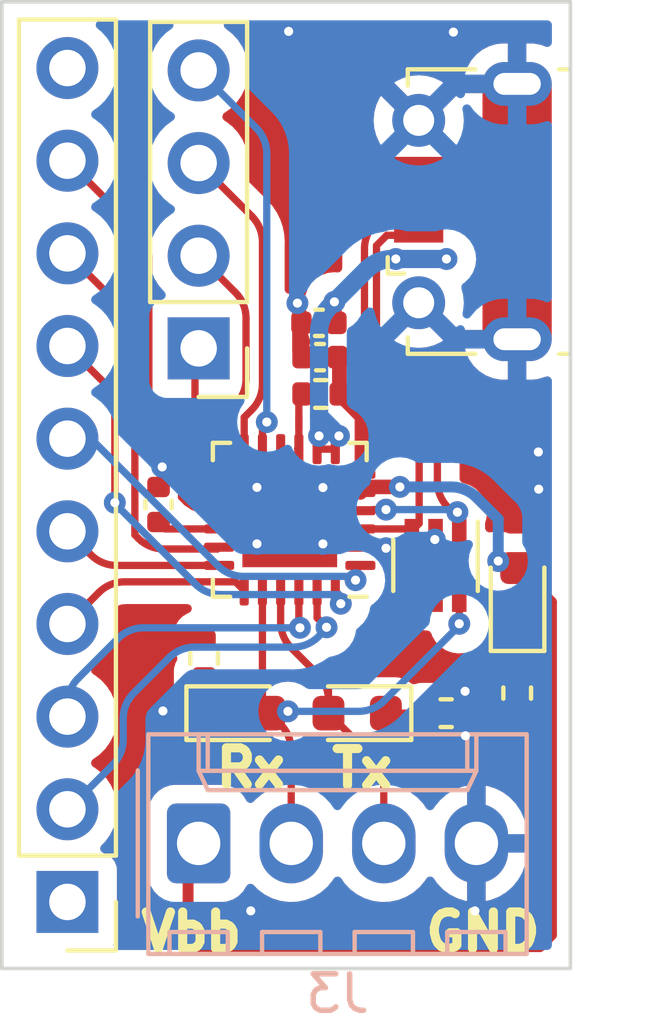
<source format=kicad_pcb>
(kicad_pcb (version 20211014) (generator pcbnew)
  (layers (0 "F.Cu" signal) (31 "B.Cu" signal) (34 "B.Paste" user) (35 "F.Paste" user) (36 "B.SilkS" user "B.Silkscreen") (37 "F.SilkS" user "F.Silkscreen") (38 "B.Mask" user) (39 "F.Mask" user) (44 "Edge.Cuts" user))
  (net 0 "")
  (net 1 "VBUS")
  (net 2 "D-")
  (net 3 "D+")
  (net 4 "GND")
  (net 5 "RI")
  (net 6 "Vdd")
  (net 7 "Net-(R1-Pad2)")
  (net 9 "GP3")
  (net 10 "GP2")
  (net 11 "GP1")
  (net 12 "GP0")
  (net 13 "_SUSP")
  (net 14 "Net-(C3-Pad1)")
  (net 15 "SUSP")
  (net 16 "CTS")
  (net 17 "RTS")
  (net 18 "Rx")
  (net 19 "Tx")
  (net 20 "DSR")
  (net 21 "DTR")
  (net 22 "DCD")
  (net 23 "Net-(D1-Pad1)")
  (net 24 "Net-(D2-Pad1)")
  (net 25 "Net-(D3-Pad1)")
  (net 26 "VDD")
  (net 27 "RST")
  (footprint "LED_SMD:LED_0603_1608Metric" (layer "F.Cu") (at 66.35 74.5)
    (fp_text reference "D1" hide)
    (fp_text value "Blue" hide)
    (fp_line (start -1.485 0.735) (end 0.8 0.735) (layer "F.SilkS") (width 0.12))
    (fp_line (start 0.8 -0.735) (end -1.485 -0.735) (layer "F.SilkS") (width 0.12))
    (fp_line (start -1.485 -0.735) (end -1.485 0.735) (layer "F.SilkS") (width 0.12))
    (pad "1" smd roundrect locked (at -0.7875 0) (size 0.875 0.95) (layers "F.Cu" "F.Paste" "F.Mask") (net 23 "Net-(D1-Pad1)"))
    (pad "2" smd roundrect locked (at 0.7875 0) (size 0.875 0.95) (layers "F.Cu" "F.Paste" "F.Mask") (net 18 "Rx"))
  )
  (footprint "LED_SMD:LED_0603_1608Metric" (layer "F.Cu") (at 69.55 74.5 180)
    (fp_text reference "D2" hide)
    (fp_text value "Red" hide)
    (fp_line (start -1.485 -0.735) (end -1.485 0.735) (layer "F.SilkS") (width 0.12))
    (fp_line (start 0.8 -0.735) (end -1.485 -0.735) (layer "F.SilkS") (width 0.12))
    (fp_line (start -1.485 0.735) (end 0.8 0.735) (layer "F.SilkS") (width 0.12))
    (pad "1" smd roundrect locked (at -0.7875 0 180) (size 0.875 0.95) (layers "F.Cu" "F.Paste" "F.Mask") (net 24 "Net-(D2-Pad1)"))
    (pad "2" smd roundrect locked (at 0.7875 0 180) (size 0.875 0.95) (layers "F.Cu" "F.Paste" "F.Mask") (net 19 "Tx"))
  )
  (footprint "Resistor_SMD:R_0402_1005Metric" (layer "F.Cu") (at 65.35 73 90)
    (fp_text reference "R3" hide)
    (fp_text value "3k" hide)
    (fp_line (start -0.153641 -0.38) (end 0.153641 -0.38) (layer "F.SilkS") (width 0.12))
    (fp_line (start -0.153641 0.38) (end 0.153641 0.38) (layer "F.SilkS") (width 0.12))
    (pad "1" smd roundrect locked (at -0.51 0 90) (size 0.54 0.64) (layers "F.Cu" "F.Paste" "F.Mask") (net 23 "Net-(D1-Pad1)"))
    (pad "2" smd roundrect locked (at 0.51 0 90) (size 0.54 0.64) (layers "F.Cu" "F.Paste" "F.Mask") (net 4 "GND"))
  )
  (footprint "Resistor_SMD:R_0402_1005Metric" (layer "F.Cu") (at 73.94 73.95 -90)
    (fp_text reference "R2" hide)
    (fp_text value "1k" hide)
    (fp_line (start -0.153641 0.38) (end 0.153641 0.38) (layer "F.SilkS") (width 0.12))
    (fp_line (start -0.153641 -0.38) (end 0.153641 -0.38) (layer "F.SilkS") (width 0.12))
    (pad "1" smd roundrect locked (at -0.51 0 270) (size 0.54 0.64) (layers "F.Cu" "F.Paste" "F.Mask") (net 25 "Net-(D3-Pad1)"))
    (pad "2" smd roundrect locked (at 0.51 0 270) (size 0.54 0.64) (layers "F.Cu" "F.Paste" "F.Mask") (net 4 "GND"))
  )
  (footprint "Connector_PinHeader_2.54mm:PinHeader_1x04_P2.54mm_Vertical" (layer "F.Cu") (at 65.2 64.5 180)
    (fp_text reference "J4" hide)
    (fp_text value "Conn_01x04" hide)
    (fp_line (start -1.33 0) (end -1.33 -1.33) (layer "F.SilkS") (width 0.12))
    (fp_line (start 1.33 1.27) (end 1.33 8.95) (layer "F.SilkS") (width 0.12))
    (fp_line (start -1.33 8.95) (end 1.33 8.95) (layer "F.SilkS") (width 0.12))
    (fp_line (start -1.33 1.27) (end -1.33 8.95) (layer "F.SilkS") (width 0.12))
    (fp_line (start -1.33 1.27) (end 1.33 1.27) (layer "F.SilkS") (width 0.12))
    (fp_line (start -1.33 -1.33) (end 0 -1.33) (layer "F.SilkS") (width 0.12))
    (pad "1" thru_hole rect locked (at 0 0 180) (size 1.7 1.7) (drill 1) (layers *.Cu *.Mask) (net 12 "GP0"))
    (pad "2" thru_hole oval locked (at 0 2.54 180) (size 1.7 1.7) (drill 1) (layers *.Cu *.Mask) (net 11 "GP1"))
    (pad "3" thru_hole oval locked (at 0 5.08 180) (size 1.7 1.7) (drill 1) (layers *.Cu *.Mask) (net 10 "GP2"))
    (pad "4" thru_hole oval locked (at 0 7.62 180) (size 1.7 1.7) (drill 1) (layers *.Cu *.Mask) (net 9 "GP3"))
  )
  (footprint "Connector_USB:USB_Micro-B_Molex-105017-0001" (layer "F.Cu") (at 72.7 60.75 90)
    (fp_text reference "J5" hide)
    (fp_text value "USB_B_Mini")
    (fp_line (start 3.9 0.0875) (end 3.9 -1.7625) (layer "F.SilkS") (width 0.12))
    (fp_line (start 3.9 2.6375) (end 3.9 2.3875) (layer "F.SilkS") (width 0.12))
    (fp_line (start -3.9 2.6375) (end -3.9 2.3875) (layer "F.SilkS") (width 0.12))
    (fp_line (start -3.9 0.0875) (end -3.9 -1.7625) (layer "F.SilkS") (width 0.12))
    (fp_line (start -1.7 -2.3125) (end -1.7 -1.8625) (layer "F.SilkS") (width 0.12))
    (fp_line (start -1.7 -2.3125) (end -1.25 -2.3125) (layer "F.SilkS") (width 0.12))
    (fp_line (start -3.9 -1.7625) (end -3.45 -1.7625) (layer "F.SilkS") (width 0.12))
    (fp_line (start 3.9 -1.7625) (end 3.45 -1.7625) (layer "F.SilkS") (width 0.12))
    (pad "1" smd rect locked (at -1.3 -1.4625 90) (size 0.4 1.35) (layers "F.Cu" "F.Paste" "F.Mask") (net 1 "VBUS"))
    (pad "2" smd rect locked (at -0.65 -1.4625 90) (size 0.4 1.35) (layers "F.Cu" "F.Paste" "F.Mask") (net 2 "D-"))
    (pad "3" smd rect locked (at 0 -1.4625 90) (size 0.4 1.35) (layers "F.Cu" "F.Paste" "F.Mask") (net 3 "D+"))
    (pad "4" smd rect locked (at 0.65 -1.4625 90) (size 0.4 1.35) (layers "F.Cu" "F.Paste" "F.Mask"))
    (pad "5" smd rect locked (at 1.3 -1.4625 90) (size 0.4 1.35) (layers "F.Cu" "F.Paste" "F.Mask") (net 4 "GND"))
    (pad "6" thru_hole circle locked (at -2.5 -1.4625 90) (size 1.45 1.45) (drill 0.85) (layers *.Cu *.Mask) (net 4 "GND"))
    (pad "6" smd rect locked (at 2.9 1.2375 90) (size 1.2 1.9) (layers "F.Cu" "F.Mask") (net 4 "GND"))
    (pad "6" thru_hole oval locked (at -3.5 1.2375 270) (size 1.2 1.9) (drill oval 0.6 1.3) (layers *.Cu *.Mask) (net 4 "GND"))
    (pad "6" thru_hole oval locked (at 3.5 1.2375 90) (size 1.2 1.9) (drill oval 0.6 1.3) (layers *.Cu *.Mask) (net 4 "GND"))
    (pad "6" smd rect locked (at 1 1.2375 90) (size 1.5 1.9) (layers "F.Cu" "F.Paste" "F.Mask") (net 4 "GND"))
    (pad "6" smd rect locked (at -1 1.2375 90) (size 1.5 1.9) (layers "F.Cu" "F.Paste" "F.Mask") (net 4 "GND"))
    (pad "6" smd rect locked (at -2.9 1.2375 90) (size 1.2 1.9) (layers "F.Cu" "F.Mask") (net 4 "GND"))
    (pad "6" thru_hole circle locked (at 2.5 -1.4625 90) (size 1.45 1.45) (drill 0.85) (layers *.Cu *.Mask) (net 4 "GND"))
  )
  (footprint "Package_TO_SOT_SMD:SOT-363_SC-70-6" (layer "F.Cu") (at 71.7 70.45 -90)
    (fp_text reference "U2" hide)
    (fp_text value "TPD4EUSB30" hide)
    (fp_line (start 0.7 -1.16) (end -1.2 -1.16) (layer "F.SilkS") (width 0.12))
    (fp_line (start -0.7 1.16) (end 0.7 1.16) (layer "F.SilkS") (width 0.12))
    (pad "1" smd rect locked (at -0.95 -0.65 270) (size 0.65 0.4) (layers "F.Cu" "F.Paste" "F.Mask") (net 2 "D-"))
    (pad "2" smd rect locked (at -0.95 0 270) (size 0.65 0.4) (layers "F.Cu" "F.Paste" "F.Mask") (net 4 "GND"))
    (pad "3" smd rect locked (at -0.95 0.65 270) (size 0.65 0.4) (layers "F.Cu" "F.Paste" "F.Mask") (net 3 "D+"))
    (pad "4" smd rect locked (at 0.95 0.65 270) (size 0.65 0.4) (layers "F.Cu" "F.Paste" "F.Mask") (net 19 "Tx"))
    (pad "5" smd rect locked (at 0.95 0 270) (size 0.65 0.4) (layers "F.Cu" "F.Paste" "F.Mask"))
    (pad "6" smd rect locked (at 0.95 -0.65 270) (size 0.65 0.4) (layers "F.Cu" "F.Paste" "F.Mask") (net 18 "Rx"))
  )
  (footprint "LED_SMD:LED_0603_1608Metric" (layer "F.Cu") (at 73.95 71.31 90)
    (fp_text reference "D3" hide)
    (fp_text value "LED" hide)
    (fp_line (start -1.485 -0.735) (end -1.485 0.735) (layer "F.SilkS") (width 0.12))
    (fp_line (start -1.485 0.735) (end 0.8 0.735) (layer "F.SilkS") (width 0.12))
    (fp_line (start 0.8 -0.735) (end -1.485 -0.735) (layer "F.SilkS") (width 0.12))
    (pad "1" smd roundrect locked (at -0.7875 0 90) (size 0.875 0.95) (layers "F.Cu" "F.Paste" "F.Mask") (net 25 "Net-(D3-Pad1)"))
    (pad "2" smd roundrect locked (at 0.7875 0 90) (size 0.875 0.95) (layers "F.Cu" "F.Paste" "F.Mask") (net 6 "Vdd"))
  )
  (footprint "Package_DFN_QFN:QFN-24-1EP_4x4mm_P0.5mm_EP2.6x2.6mm" (layer "F.Cu") (at 67.7 69.2 180)
    (fp_text reference "U1" hide)
    (fp_text value "CP2104" hide)
    (fp_line (start -1.635 -2.11) (end -2.11 -2.11) (layer "F.SilkS") (width 0.12))
    (fp_line (start 2.11 -2.11) (end 2.11 -1.635) (layer "F.SilkS") (width 0.12))
    (fp_line (start 2.11 2.11) (end 2.11 1.635) (layer "F.SilkS") (width 0.12))
    (fp_line (start -1.635 2.11) (end -2.11 2.11) (layer "F.SilkS") (width 0.12))
    (fp_line (start 1.635 -2.11) (end 2.11 -2.11) (layer "F.SilkS") (width 0.12))
    (fp_line (start -2.11 2.11) (end -2.11 1.635) (layer "F.SilkS") (width 0.12))
    (fp_line (start 1.635 2.11) (end 2.11 2.11) (layer "F.SilkS") (width 0.12))
    (pad "1" smd roundrect locked (at -1.9375 -1.25 180) (size 0.825 0.25) (layers "F.Cu" "F.Paste" "F.Mask") (net 5 "RI"))
    (pad "2" smd roundrect locked (at -1.9375 -0.75 180) (size 0.825 0.25) (layers "F.Cu" "F.Paste" "F.Mask") (net 4 "GND"))
    (pad "3" smd roundrect locked (at -1.9375 -0.25 180) (size 0.825 0.25) (layers "F.Cu" "F.Paste" "F.Mask") (net 3 "D+"))
    (pad "4" smd roundrect locked (at -1.9375 0.25 180) (size 0.825 0.25) (layers "F.Cu" "F.Paste" "F.Mask") (net 2 "D-"))
    (pad "5" smd roundrect locked (at -1.9375 0.75 180) (size 0.825 0.25) (layers "F.Cu" "F.Paste" "F.Mask") (net 6 "Vdd"))
    (pad "6" smd roundrect locked (at -1.9375 1.25 180) (size 0.825 0.25) (layers "F.Cu" "F.Paste" "F.Mask") (net 6 "Vdd"))
    (pad "7" smd roundrect locked (at -1.25 1.9375 180) (size 0.25 0.825) (layers "F.Cu" "F.Paste" "F.Mask") (net 1 "VBUS"))
    (pad "8" smd roundrect locked (at -0.75 1.9375 180) (size 0.25 0.825) (layers "F.Cu" "F.Paste" "F.Mask") (net 1 "VBUS"))
    (pad "9" smd roundrect locked (at -0.25 1.9375 180) (size 0.25 0.825) (layers "F.Cu" "F.Paste" "F.Mask") (net 7 "Net-(R1-Pad2)"))
    (pad "10" smd roundrect locked (at 0.25 1.9375 180) (size 0.25 0.825) (layers "F.Cu" "F.Paste" "F.Mask"))
    (pad "11" smd roundrect locked (at 0.75 1.9375 180) (size 0.25 0.825) (layers "F.Cu" "F.Paste" "F.Mask") (net 9 "GP3"))
    (pad "12" smd roundrect locked (at 1.25 1.9375 180) (size 0.25 0.825) (layers "F.Cu" "F.Paste" "F.Mask") (net 10 "GP2"))
    (pad "13" smd roundrect locked (at 1.9375 1.25 180) (size 0.825 0.25) (layers "F.Cu" "F.Paste" "F.Mask") (net 11 "GP1"))
    (pad "14" smd roundrect locked (at 1.9375 0.75 180) (size 0.825 0.25) (layers "F.Cu" "F.Paste" "F.Mask") (net 12 "GP0"))
    (pad "15" smd roundrect locked (at 1.9375 0.25 180) (size 0.825 0.25) (layers "F.Cu" "F.Paste" "F.Mask") (net 13 "_SUSP"))
    (pad "16" smd roundrect locked (at 1.9375 -0.25 180) (size 0.825 0.25) (layers "F.Cu" "F.Paste" "F.Mask") (net 14 "Net-(C3-Pad1)"))
    (pad "17" smd roundrect locked (at 1.9375 -0.75 180) (size 0.825 0.25) (layers "F.Cu" "F.Paste" "F.Mask") (net 15 "SUSP"))
    (pad "18" smd roundrect locked (at 1.9375 -1.25 180) (size 0.825 0.25) (layers "F.Cu" "F.Paste" "F.Mask") (net 16 "CTS"))
    (pad "19" smd roundrect locked (at 1.25 -1.9375 180) (size 0.25 0.825) (layers "F.Cu" "F.Paste" "F.Mask") (net 17 "RTS"))
    (pad "20" smd roundrect locked (at 0.75 -1.9375 180) (size 0.25 0.825) (layers "F.Cu" "F.Paste" "F.Mask") (net 18 "Rx"))
    (pad "21" smd roundrect locked (at 0.25 -1.9375 180) (size 0.25 0.825) (layers "F.Cu" "F.Paste" "F.Mask") (net 19 "Tx"))
    (pad "22" smd roundrect locked (at -0.25 -1.9375 180) (size 0.25 0.825) (layers "F.Cu" "F.Paste" "F.Mask") (net 20 "DSR"))
    (pad "23" smd roundrect locked (at -0.75 -1.9375 180) (size 0.25 0.825) (layers "F.Cu" "F.Paste" "F.Mask") (net 21 "DTR"))
    (pad "24" smd roundrect locked (at -1.25 -1.9375 180) (size 0.25 0.825) (layers "F.Cu" "F.Paste" "F.Mask") (net 22 "DCD"))
    (pad "25" smd rect locked (at 0 0 180) (size 2.6 2.6) (layers "F.Cu" "F.Mask") (net 4 "GND"))
  )
  (footprint "Resistor_SMD:R_0402_1005Metric" (layer "F.Cu") (at 68.55 65.75 180)
    (fp_text reference "R1" hide)
    (fp_text value "4.7k" hide)
    (fp_line (start -0.153641 0.38) (end 0.153641 0.38) (layer "F.SilkS") (width 0.12))
    (fp_line (start -0.153641 -0.38) (end 0.153641 -0.38) (layer "F.SilkS") (width 0.12))
    (pad "1" smd roundrect locked (at -0.51 0 180) (size 0.54 0.64) (layers "F.Cu" "F.Paste" "F.Mask") (net 6 "Vdd"))
    (pad "2" smd roundrect locked (at 0.51 0 180) (size 0.54 0.64) (layers "F.Cu" "F.Paste" "F.Mask") (net 7 "Net-(R1-Pad2)"))
  )
  (footprint "Capacitor_SMD:C_0402_1005Metric" (layer "F.Cu") (at 68.5 63.8 180)
    (fp_text reference "C2" hide)
    (fp_text value "4.7uf" hide)
    (fp_line (start -0.107836 0.36) (end 0.107836 0.36) (layer "F.SilkS") (width 0.12))
    (fp_line (start -0.107836 -0.36) (end 0.107836 -0.36) (layer "F.SilkS") (width 0.12))
    (pad "1" smd roundrect locked (at -0.48 0 180) (size 0.56 0.62) (layers "F.Cu" "F.Paste" "F.Mask") (net 1 "VBUS"))
    (pad "2" smd roundrect locked (at 0.48 0 180) (size 0.56 0.62) (layers "F.Cu" "F.Paste" "F.Mask") (net 4 "GND"))
  )
  (footprint "Capacitor_SMD:C_0402_1005Metric" (layer "F.Cu") (at 64.1 68.78 90)
    (fp_text reference "C3" hide)
    (fp_text value "4.7uf" hide)
    (fp_line (start -0.107836 -0.36) (end 0.107836 -0.36) (layer "F.SilkS") (width 0.12))
    (fp_line (start -0.107836 0.36) (end 0.107836 0.36) (layer "F.SilkS") (width 0.12))
    (pad "1" smd roundrect locked (at -0.48 0 90) (size 0.56 0.62) (layers "F.Cu" "F.Paste" "F.Mask") (net 14 "Net-(C3-Pad1)"))
    (pad "2" smd roundrect locked (at 0.48 0 90) (size 0.56 0.62) (layers "F.Cu" "F.Paste" "F.Mask") (net 4 "GND"))
  )
  (footprint "Connector_PinHeader_2.54mm:PinHeader_1x10_P2.54mm_Vertical" (layer "F.Cu") (at 61.6 79.675 180)
    (fp_text reference "J2" hide)
    (fp_text value "Conn_01x10" hide)
    (fp_line (start -1.33 -1.33) (end 0 -1.33) (layer "F.SilkS") (width 0.12))
    (fp_line (start -1.33 1.27) (end -1.33 24.19) (layer "F.SilkS") (width 0.12))
    (fp_line (start -1.33 0) (end -1.33 -1.33) (layer "F.SilkS") (width 0.12))
    (fp_line (start 1.33 1.27) (end 1.33 24.19) (layer "F.SilkS") (width 0.12))
    (fp_line (start -1.33 1.27) (end 1.33 1.27) (layer "F.SilkS") (width 0.12))
    (fp_line (start -1.33 24.19) (end 1.33 24.19) (layer "F.SilkS") (width 0.12))
    (pad "1" thru_hole rect locked (at 0 0 180) (size 1.7 1.7) (drill 1) (layers *.Cu *.Mask) (net 26 "VDD"))
    (pad "2" thru_hole oval locked (at 0 2.54 180) (size 1.7 1.7) (drill 1) (layers *.Cu *.Mask) (net 21 "DTR"))
    (pad "3" thru_hole oval locked (at 0 5.08 180) (size 1.7 1.7) (drill 1) (layers *.Cu *.Mask) (net 20 "DSR"))
    (pad "4" thru_hole oval locked (at 0 7.62 180) (size 1.7 1.7) (drill 1) (layers *.Cu *.Mask) (net 17 "RTS"))
    (pad "5" thru_hole oval locked (at 0 10.16 180) (size 1.7 1.7) (drill 1) (layers *.Cu *.Mask) (net 16 "CTS"))
    (pad "6" thru_hole oval locked (at 0 12.7 180) (size 1.7 1.7) (drill 1) (layers *.Cu *.Mask) (net 5 "RI"))
    (pad "7" thru_hole oval locked (at 0 15.24 180) (size 1.7 1.7) (drill 1) (layers *.Cu *.Mask) (net 22 "DCD"))
    (pad "8" thru_hole oval locked (at 0 17.78 180) (size 1.7 1.7) (drill 1) (layers *.Cu *.Mask) (net 15 "SUSP"))
    (pad "9" thru_hole oval locked (at 0 20.32 180) (size 1.7 1.7) (drill 1) (layers *.Cu *.Mask) (net 13 "_SUSP"))
    (pad "10" thru_hole oval locked (at 0 22.86 180) (size 1.7 1.7) (drill 1) (layers *.Cu *.Mask) (net 27 "RST"))
  )
  (footprint "Resistor_SMD:R_0402_1005Metric" (layer "F.Cu") (at 71.99 74.5)
    (fp_text reference "R4" hide)
    (fp_text value "1.5k" hide)
    (fp_line (start -0.153641 -0.38) (end 0.153641 -0.38) (layer "F.SilkS") (width 0.12))
    (fp_line (start -0.153641 0.38) (end 0.153641 0.38) (layer "F.SilkS") (width 0.12))
    (pad "1" smd roundrect locked (at -0.51 0) (size 0.54 0.64) (layers "F.Cu" "F.Paste" "F.Mask") (net 24 "Net-(D2-Pad1)"))
    (pad "2" smd roundrect locked (at 0.51 0) (size 0.54 0.64) (layers "F.Cu" "F.Paste" "F.Mask") (net 4 "GND"))
  )
  (footprint "Capacitor_SMD:C_0402_1005Metric" (layer "F.Cu") (at 68.53 64.74 180)
    (fp_text reference "C1" hide)
    (fp_text value "1uf" hide)
    (fp_line (start -0.107836 0.36) (end 0.107836 0.36) (layer "F.SilkS") (width 0.12))
    (fp_line (start -0.107836 -0.36) (end 0.107836 -0.36) (layer "F.SilkS") (width 0.12))
    (pad "1" smd roundrect locked (at -0.48 0 180) (size 0.56 0.62) (layers "F.Cu" "F.Paste" "F.Mask") (net 6 "Vdd"))
    (pad "2" smd roundrect locked (at 0.48 0 180) (size 0.56 0.62) (layers "F.Cu" "F.Paste" "F.Mask") (net 4 "GND"))
  )
  (footprint "Connector_Molex:Molex_KK-254_AE-6410-04A_1x04_P2.54mm_Vertical" (layer "B.Cu") (at 65.2 78.07)
    (fp_text reference "J3" (at 3.81 4.12) (layer "B.SilkS") (effects (justify mirror)))
    (fp_text value "Conn_01x04" hide)
    (fp_line (start 3.34 2.43) (end 3.34 3.03) (layer "B.SilkS") (width 0.12))
    (fp_line (start 4.28 2.43) (end 5.88 2.43) (layer "B.SilkS") (width 0.12))
    (fp_line (start 1.74 3.03) (end 1.74 2.43) (layer "B.SilkS") (width 0.12))
    (fp_line (start 0 -1.99) (end 0.25 -1.46) (layer "B.SilkS") (width 0.12))
    (fp_line (start 0.25 -1.46) (end 7.37 -1.46) (layer "B.SilkS") (width 0.12))
    (fp_line (start 9 -2.99) (end 9 3.03) (layer "B.SilkS") (width 0.12))
    (fp_line (start -0.8 2.43) (end 0.8 2.43) (layer "B.SilkS") (width 0.12))
    (fp_line (start 9 3.03) (end -1.38 3.03) (layer "B.SilkS") (width 0.12))
    (fp_line (start 0.25 -2.99) (end 0.25 -1.99) (layer "B.SilkS") (width 0.12))
    (fp_line (start 7.37 -1.46) (end 7.62 -1.99) (layer "B.SilkS") (width 0.12))
    (fp_line (start 4.28 3.03) (end 4.28 2.43) (layer "B.SilkS") (width 0.12))
    (fp_line (start 8.42 2.43) (end 8.42 3.03) (layer "B.SilkS") (width 0.12))
    (fp_line (start 0 -1.99) (end 7.62 -1.99) (layer "B.SilkS") (width 0.12))
    (fp_line (start 6.82 3.03) (end 6.82 2.43) (layer "B.SilkS") (width 0.12))
    (fp_line (start -1.38 -2.99) (end 9 -2.99) (layer "B.SilkS") (width 0.12))
    (fp_line (start 5.88 2.43) (end 5.88 3.03) (layer "B.SilkS") (width 0.12))
    (fp_line (start 6.82 2.43) (end 8.42 2.43) (layer "B.SilkS") (width 0.12))
    (fp_line (start -1.38 3.03) (end -1.38 -2.99) (layer "B.SilkS") (width 0.12))
    (fp_line (start 0.8 2.43) (end 0.8 3.03) (layer "B.SilkS") (width 0.12))
    (fp_line (start 1.74 2.43) (end 3.34 2.43) (layer "B.SilkS") (width 0.12))
    (fp_line (start -0.8 3.03) (end -0.8 2.43) (layer "B.SilkS") (width 0.12))
    (fp_line (start 7.62 -1.99) (end 7.62 -2.99) (layer "B.SilkS") (width 0.12))
    (fp_line (start 7.37 -2.99) (end 7.37 -1.99) (layer "B.SilkS") (width 0.12))
    (fp_line (start -1.67 2) (end -1.67 -2) (layer "B.SilkS") (width 0.12))
    (fp_line (start 0 -2.99) (end 0 -1.99) (layer "B.SilkS") (width 0.12))
    (pad "1" thru_hole roundrect locked (at 0 0) (size 1.74 2.19) (drill 1.19) (layers *.Cu *.Mask) (roundrect_rratio 0.143678) (net 6 "Vdd"))
    (pad "2" thru_hole oval locked (at 2.54 0) (size 1.74 2.19) (drill 1.19) (layers *.Cu *.Mask) (net 18 "Rx"))
    (pad "3" thru_hole oval locked (at 5.08 0) (size 1.74 2.19) (drill 1.19) (layers *.Cu *.Mask) (net 19 "Tx"))
    (pad "4" thru_hole oval locked (at 7.62 0) (size 1.74 2.19) (drill 1.19) (layers *.Cu *.Mask) (net 4 "GND"))
  )
  (gr_rect (start 59.8 55) (end 75.4 81.5) (layer "Edge.Cuts") (width 0.1) (fill none))
  (gr_text "Tx" (at 69.69 76.02) (layer "F.SilkS") (effects (font (size 1 1) (thickness 0.25))))
  (gr_text "Vbb" (at 65 80.5) (layer "F.SilkS") (effects (font (size 1 1) (thickness 0.25))))
  (gr_text "Rx" (at 66.63 76) (layer "F.SilkS") (effects (font (size 1 1) (thickness 0.25))))
  (gr_text "GND" (at 73 80.5) (layer "F.SilkS") (effects (font (size 1 1) (thickness 0.25))))
  (segment (start 68.925 63.225) (end 68.925 63.745) (width 0.4) (layer "F.Cu") (net 1))
  (segment (start 68.45 66.954228) (end 68.504339 66.899889) (width 0.2) (layer "F.Cu") (net 1))
  (segment (start 68.925 63.745) (end 68.98 63.8) (width 0.4) (layer "F.Cu") (net 1))
  (segment (start 68.45 67.2625) (end 68.95 67.2625) (width 0.2) (layer "F.Cu") (net 1))
  (segment (start 68.95 67.2625) (end 68.95 67) (width 0.2) (layer "F.Cu") (net 1))
  (segment (start 68.95 67) (end 69.05 66.9) (width 0.2) (layer "F.Cu") (net 1))
  (segment (start 68.45 67.2625) (end 68.45 66.954228) (width 0.2) (layer "F.Cu") (net 1))
  (via (at 68.925 63.225) (size 0.6) (drill 0.25) (layers "F.Cu" "B.Cu") (net 1))
  (via (at 70.60902 62.05) (size 0.6) (drill 0.25) (layers "F.Cu" "B.Cu") (net 1))
  (via (at 69.05 66.9) (size 0.6) (drill 0.25) (layers "F.Cu" "B.Cu") (net 1))
  (via (at 72 62.05) (size 0.6) (drill 0.25) (layers "F.Cu" "B.Cu") (net 1))
  (via (at 68.504339 66.899889) (size 0.6) (drill 0.25) (layers "F.Cu" "B.Cu") (net 1))
  (segment (start 68.504339 64.059875) (end 68.504339 66.345661) (width 0.5) (layer "B.Cu") (net 1))
  (segment (start 70.60902 62.05) (end 70.514214 62.05) (width 0.5) (layer "B.Cu") (net 1))
  (segment (start 70.60902 62.05) (end 72 62.05) (width 0.5) (layer "B.Cu") (net 1))
  (segment (start 68.504339 66.899889) (end 68.504339 66.345661) (width 0.5) (layer "B.Cu") (net 1))
  (segment (start 69.807107 62.342893) (end 68.797232 63.352768) (width 0.5) (layer "B.Cu") (net 1))
  (segment (start 68.504339 66.354339) (end 68.504339 66.345661) (width 0.2) (layer "B.Cu") (net 1))
  (segment (start 69.05 66.9) (end 68.504339 66.354339) (width 0.5) (layer "B.Cu") (net 1))
  (arc (start 68.504339 64.059875) (mid 68.580459 63.677192) (end 68.797232 63.352768) (width 0.5) (layer "B.Cu") (net 1))
  (arc (start 70.514214 62.05) (mid 70.131531 62.12612) (end 69.807107 62.342893) (width 0.5) (layer "B.Cu") (net 1))
  (segment (start 71.75 66.814214) (end 71.75 68.151764) (width 0.2) (layer "F.Cu") (net 2))
  (segment (start 69.962978 68.95) (end 69.6375 68.95) (width 0.2) (layer "F.Cu") (net 2))
  (segment (start 70.372413 65.022413) (end 71.457107 66.107107) (width 0.2) (layer "F.Cu") (net 2))
  (segment (start 69.992478 68.9205) (end 69.962978 68.95) (width 0.2) (layer "F.Cu") (net 2))
  (segment (start 70.34 68.9205) (end 69.992478 68.9205) (width 0.2) (layer "F.Cu") (net 2))
  (segment (start 70.3625 61.4) (end 70.07952 61.68298) (width 0.2) (layer "F.Cu") (net 2))
  (segment (start 71.2375 61.4) (end 70.3625 61.4) (width 0.2) (layer "F.Cu") (net 2))
  (segment (start 70.07952 61.68298) (end 70.07952 64.315306) (width 0.2) (layer "F.Cu") (net 2))
  (segment (start 72.042893 68.858871) (end 72.35 69.165978) (width 0.2) (layer "F.Cu") (net 2))
  (segment (start 72.35 69.165978) (end 72.35 69.5) (width 0.2) (layer "F.Cu") (net 2))
  (via (at 72.3 68.99) (size 0.6) (drill 0.25) (layers "F.Cu" "B.Cu") (net 2))
  (via (at 70.34 68.9205) (size 0.6) (drill 0.25) (layers "F.Cu" "B.Cu") (net 2))
  (arc (start 71.75 68.151764) (mid 71.82612 68.534447) (end 72.042893 68.858871) (width 0.2) (layer "F.Cu") (net 2))
  (arc (start 71.75 66.814214) (mid 71.67388 66.431531) (end 71.457107 66.107107) (width 0.2) (layer "F.Cu") (net 2))
  (arc (start 70.372413 65.022413) (mid 70.15564 64.69799) (end 70.07952 64.315306) (width 0.2) (layer "F.Cu") (net 2))
  (segment (start 72.3 68.99) (end 72.2305 68.9205) (width 0.2) (layer "B.Cu") (net 2))
  (segment (start 72.2305 68.9205) (end 70.34 68.9205) (width 0.2) (layer "B.Cu") (net 2))
  (segment (start 69.75 61.776714) (end 69.75 64.451798) (width 0.2) (layer "F.Cu") (net 3))
  (segment (start 71.25 66.780226) (end 71.25 69.3) (width 0.2) (layer "F.Cu") (net 3))
  (segment (start 69.6375 69.45) (end 71 69.45) (width 0.2) (layer "F.Cu") (net 3))
  (segment (start 71.2375 60.75) (end 70.776714 60.75) (width 0.2) (layer "F.Cu") (net 3))
  (segment (start 71.25 69.3) (end 71.05 69.5) (width 0.2) (layer "F.Cu") (net 3))
  (segment (start 70.042893 65.158905) (end 70.957107 66.073119) (width 0.2) (layer "F.Cu") (net 3))
  (segment (start 71 69.45) (end 71.05 69.5) (width 0.2) (layer "F.Cu") (net 3))
  (segment (start 70.069607 61.042893) (end 70.042893 61.069607) (width 0.2) (layer "F.Cu") (net 3))
  (arc (start 69.75 64.451798) (mid 69.82612 64.834481) (end 70.042893 65.158905) (width 0.2) (layer "F.Cu") (net 3))
  (arc (start 71.25 66.780226) (mid 71.17388 66.397543) (end 70.957107 66.073119) (width 0.2) (layer "F.Cu") (net 3))
  (arc (start 70.776714 60.75) (mid 70.394031 60.82612) (end 70.069607 61.042893) (width 0.2) (layer "F.Cu") (net 3))
  (arc (start 69.75 61.776714) (mid 69.82612 61.394031) (end 70.042893 61.069607) (width 0.2) (layer "F.Cu") (net 3))
  (segment (start 69.6375 69.95) (end 70.3105 69.95) (width 0.2) (layer "F.Cu") (net 4))
  (segment (start 68.05 63.83) (end 68.02 63.8) (width 0.2) (layer "F.Cu") (net 4))
  (segment (start 64.1 68.3) (end 64.2 68.2) (width 0.2) (layer "F.Cu") (net 4))
  (segment (start 64.2 68.2) (end 64.2 67.75) (width 0.2) (layer "F.Cu") (net 4))
  (segment (start 70.3105 69.95) (end 70.34 69.9795) (width 0.2) (layer "F.Cu") (net 4))
  (via (at 72.52 75.12) (size 0.6) (drill 0.25) (layers "F.Cu" "B.Cu") (net 4))
  (via (at 68.61 69.86) (size 0.6) (drill 0.25) (layers "F.Cu" "B.Cu") (net 4))
  (via (at 66.63 79.92) (size 0.6) (drill 0.25) (layers "F.Cu" "B.Cu") (net 4))
  (via (at 71.68 69.74) (size 0.6) (drill 0.25) (layers "F.Cu" "B.Cu") (net 4))
  (via (at 67.67 55.81) (size 0.6) (drill 0.25) (layers "F.Cu" "B.Cu") (net 4))
  (via (at 72.51 73.9) (size 0.6) (drill 0.25) (layers "F.Cu" "B.Cu") (net 4))
  (via (at 70.34 69.9795) (size 0.6) (drill 0.25) (layers "F.Cu" "B.Cu") (net 4))
  (via (at 64.2 67.75) (size 0.6) (drill 0.25) (layers "F.Cu" "B.Cu") (net 4))
  (via (at 68.61 68.315355) (size 0.6) (drill 0.25) (layers "F.Cu" "B.Cu") (net 4))
  (via (at 72.78 79.92) (size 0.6) (drill 0.25) (layers "F.Cu" "B.Cu") (net 4))
  (via (at 74.53 68.36) (size 0.6) (drill 0.25) (layers "F.Cu" "B.Cu") (net 4))
  (via (at 66.8 68.31) (size 0.6) (drill 0.25) (layers "F.Cu" "B.Cu") (net 4))
  (via (at 67.91 63.26) (size 0.6) (drill 0.25) (layers "F.Cu" "B.Cu") (net 4))
  (via (at 72.19 55.83) (size 0.6) (drill 0.25) (layers "F.Cu" "B.Cu") (net 4))
  (via (at 64.22 74.44) (size 0.6) (drill 0.25) (layers "F.Cu" "B.Cu") (net 4))
  (via (at 74.52 67.34) (size 0.6) (drill 0.25) (layers "F.Cu" "B.Cu") (net 4))
  (via (at 66.8 69.857832) (size 0.6) (drill 0.25) (layers "F.Cu" "B.Cu") (net 4))
  (segment (start 69.5045 70.853571) (end 69.5045 70.583) (width 0.2) (layer "F.Cu") (net 5))
  (segment (start 69.5045 70.583) (end 69.6375 70.45) (width 0.2) (layer "F.Cu") (net 5))
  (via (at 69.5045 70.853571) (size 0.6) (drill 0.25) (layers "F.Cu" "B.Cu") (net 5))
  (segment (start 65.727107 70.457107) (end 62.245 66.975) (width 0.2) (layer "B.Cu") (net 5))
  (segment (start 69.5045 70.853571) (end 69.400929 70.75) (width 0.2) (layer "B.Cu") (net 5))
  (segment (start 62.245 66.975) (end 61.6 66.975) (width 0.2) (layer "B.Cu") (net 5))
  (segment (start 69.400929 70.75) (end 66.434214 70.75) (width 0.2) (layer "B.Cu") (net 5))
  (arc (start 66.434214 70.75) (mid 66.05153 70.67388) (end 65.727107 70.457107) (width 0.2) (layer "B.Cu") (net 5))
  (segment (start 69.985592 68.298092) (end 69.6375 67.95) (width 0.2) (layer "F.Cu") (net 6))
  (segment (start 64.91 80.9) (end 64.91 78.36) (width 0.3) (layer "F.Cu") (net 6))
  (segment (start 74.88 71.4525) (end 74.88 80.58) (width 0.3) (layer "F.Cu") (net 6))
  (segment (start 69.6375 68.45) (end 69.6375 67.95) (width 0.4) (layer "F.Cu") (net 6))
  (segment (start 69.85 67.7375) (end 69.6375 67.95) (width 0.2) (layer "F.Cu") (net 6))
  (segment (start 74.56 80.9) (end 64.91 80.9) (width 0.3) (layer "F.Cu") (net 6))
  (segment (start 70.7205 68.298092) (end 69.985592 68.298092) (width 0.4) (layer "F.Cu") (net 6))
  (segment (start 73.42 70.33) (end 73.6125 70.5225) (width 0.2) (layer "F.Cu") (net 6))
  (segment (start 69.679511 67.567011) (end 69.679511 66.369511) (width 0.4) (layer "F.Cu") (net 6))
  (segment (start 69.679511 66.369511) (end 69.06 65.75) (width 0.4) (layer "F.Cu") (net 6))
  (segment (start 69.85 67.7375) (end 69.679511 67.567011) (width 0.4) (layer "F.Cu") (net 6))
  (segment (start 73.6125 70.5225) (end 73.95 70.5225) (width 0.2) (layer "F.Cu") (net 6))
  (segment (start 64.91 78.36) (end 65.2 78.07) (width 0.3) (layer "F.Cu") (net 6))
  (segment (start 73.95 70.5225) (end 74.88 71.4525) (width 0.3) (layer "F.Cu") (net 6))
  (segment (start 69.06 65.75) (end 69.06 64.79) (width 0.4) (layer "F.Cu") (net 6))
  (segment (start 69.06 64.79) (end 69.01 64.74) (width 0.4) (layer "F.Cu") (net 6))
  (segment (start 74.88 80.58) (end 74.56 80.9) (width 0.3) (layer "F.Cu") (net 6))
  (via (at 70.7205 68.298092) (size 0.6) (drill 0.25) (layers "F.Cu" "B.Cu") (net 6))
  (via (at 73.42 70.33) (size 0.6) (drill 0.25) (layers "F.Cu" "B.Cu") (net 6))
  (segment (start 72.123878 68.298092) (end 70.7205 68.298092) (width 0.3) (layer "B.Cu") (net 6))
  (segment (start 73.42 70.33) (end 73.42 69.18) (width 0.3) (layer "B.Cu") (net 6))
  (segment (start 73.42 69.18) (end 72.830985 68.590985) (width 0.3) (layer "B.Cu") (net 6))
  (arc (start 72.830985 68.590985) (mid 72.506561 68.374212) (end 72.123878 68.298092) (width 0.3) (layer "B.Cu") (net 6))
  (segment (start 67.94 67.2525) (end 67.95 67.2625) (width 0.25) (layer "F.Cu") (net 7))
  (segment (start 67.95 65.84) (end 67.95 66.7) (width 0.2) (layer "F.Cu") (net 7))
  (segment (start 67.95 66.36) (end 67.95 66.7) (width 0.2) (layer "F.Cu") (net 7))
  (segment (start 67.95 66.7) (end 67.95 67.2625) (width 0.2) (layer "F.Cu") (net 7))
  (segment (start 68.04 65.75) (end 67.95 65.84) (width 0.2) (layer "F.Cu") (net 7))
  (segment (start 66.95 66.639308) (end 67.069654 66.519654) (width 0.2) (layer "F.Cu") (net 9))
  (segment (start 66.95 67.2625) (end 66.95 66.639308) (width 0.2) (layer "F.Cu") (net 9))
  (via (at 67.069654 66.519654) (size 0.6) (drill 0.25) (layers "F.Cu" "B.Cu") (net 9))
  (segment (start 67.069654 66.519654) (end 67.069654 59.163868) (width 0.2) (layer "B.Cu") (net 9))
  (segment (start 66.776761 58.456761) (end 65.2 56.88) (width 0.2) (layer "B.Cu") (net 9))
  (arc (start 67.069654 59.163868) (mid 66.993534 58.781185) (end 66.776761 58.456761) (width 0.2) (layer "B.Cu") (net 9))
  (segment (start 66.95 65.476266) (end 66.95 61.584214) (width 0.2) (layer "F.Cu") (net 10))
  (segment (start 66.45 67.2625) (end 66.45 66.39048) (width 0.2) (layer "F.Cu") (net 10))
  (segment (start 66.657107 60.877107) (end 65.2 59.42) (width 0.2) (layer "F.Cu") (net 10))
  (segment (start 66.45 66.39048) (end 66.657107 66.183373) (width 0.2) (layer "F.Cu") (net 10))
  (arc (start 66.95 61.584214) (mid 66.87388 61.201531) (end 66.657107 60.877107) (width 0.2) (layer "F.Cu") (net 10))
  (arc (start 66.95 65.476266) (mid 66.87388 65.858949) (end 66.657107 66.183373) (width 0.2) (layer "F.Cu") (net 10))
  (segment (start 66.055393 66.194607) (end 66.207107 66.042893) (width 0.2) (layer "F.Cu") (net 11))
  (segment (start 65.7625 67.95) (end 65.7625 66.901714) (width 0.2) (layer "F.Cu") (net 11))
  (segment (start 66.207107 62.967107) (end 65.2 61.96) (width 0.2) (layer "F.Cu") (net 11))
  (segment (start 66.5 65.335786) (end 66.5 63.674214) (width 0.2) (layer "F.Cu") (net 11))
  (arc (start 66.207107 66.042893) (mid 66.42388 65.71847) (end 66.5 65.335786) (width 0.2) (layer "F.Cu") (net 11))
  (arc (start 66.207107 62.967107) (mid 66.42388 63.29153) (end 66.5 63.674214) (width 0.2) (layer "F.Cu") (net 11))
  (arc (start 66.055393 66.194607) (mid 65.83862 66.51903) (end 65.7625 66.901714) (width 0.2) (layer "F.Cu") (net 11))
  (segment (start 65.1 68.42) (end 65.13 68.45) (width 0.2) (layer "F.Cu") (net 12))
  (segment (start 65.2 64.5) (end 65.1 64.6) (width 0.2) (layer "F.Cu") (net 12))
  (segment (start 65.1 64.6) (end 65.1 68.42) (width 0.2) (layer "F.Cu") (net 12))
  (segment (start 65.13 68.45) (end 65.7625 68.45) (width 0.2) (layer "F.Cu") (net 12))
  (segment (start 65.415919 68.948008) (end 65.223106 68.909655) (width 0.2) (layer "F.Cu") (net 13))
  (segment (start 64.436618 66.750832) (end 64.127088 66.441302) (width 0.2) (layer "F.Cu") (net 13))
  (segment (start 65.04148 68.834423) (end 64.878021 68.725204) (width 0.2) (layer "F.Cu") (net 13))
  (segment (start 65.7625 68.95) (end 65.514214 68.95) (width 0.2) (layer "F.Cu") (net 13))
  (segment (start 65.514214 68.95) (end 65.415919 68.948008) (width 0.2) (layer "F.Cu") (net 13))
  (segment (start 63.834195 65.734195) (end 63.834195 62.003409) (width 0.2) (layer "F.Cu") (net 13))
  (segment (start 64.878021 68.725204) (end 64.729511 68.576694) (width 0.2) (layer "F.Cu") (net 13))
  (segment (start 64.729511 68.576694) (end 64.729511 67.457939) (width 0.2) (layer "F.Cu") (net 13))
  (segment (start 65.223106 68.909655) (end 65.04148 68.834423) (width 0.2) (layer "F.Cu") (net 13))
  (segment (start 63.541302 61.296302) (end 61.6 59.355) (width 0.2) (layer "F.Cu") (net 13))
  (arc (start 63.541302 61.296302) (mid 63.758075 61.620725) (end 63.834195 62.003409) (width 0.2) (layer "F.Cu") (net 13))
  (arc (start 64.127088 66.441302) (mid 63.910315 66.116879) (end 63.834195 65.734195) (width 0.2) (layer "F.Cu") (net 13))
  (arc (start 64.436618 66.750832) (mid 64.653391 67.075255) (end 64.729511 67.457939) (width 0.2) (layer "F.Cu") (net 13))
  (segment (start 64.29 69.45) (end 65.7625 69.45) (width 0.2) (layer "F.Cu") (net 14))
  (segment (start 64.1 69.26) (end 64.29 69.45) (width 0.2) (layer "F.Cu") (net 14))
  (segment (start 65.7625 69.95) (end 65.7125 70) (width 0.2) (layer "F.Cu") (net 15))
  (segment (start 63.157107 63.452107) (end 61.6 61.895) (width 0.2) (layer "F.Cu") (net 15))
  (segment (start 63.544527 69.707107) (end 63.45 69.61258) (width 0.2) (layer "F.Cu") (net 15))
  (segment (start 65.7125 70) (end 64.251634 70) (width 0.2) (layer "F.Cu") (net 15))
  (segment (start 63.45 69.61258) (end 63.45 64.159214) (width 0.2) (layer "F.Cu") (net 15))
  (arc (start 63.544527 69.707107) (mid 63.86895 69.92388) (end 64.251634 70) (width 0.2) (layer "F.Cu") (net 15))
  (arc (start 63.157107 63.452107) (mid 63.37388 63.77653) (end 63.45 64.159214) (width 0.2) (layer "F.Cu") (net 15))
  (segment (start 62.242107 70.157107) (end 61.6 69.515) (width 0.2) (layer "F.Cu") (net 16))
  (segment (start 65.7625 70.45) (end 62.949214 70.45) (width 0.2) (layer "F.Cu") (net 16))
  (arc (start 62.242107 70.157107) (mid 62.56653 70.37388) (end 62.949214 70.45) (width 0.2) (layer "F.Cu") (net 16))
  (segment (start 61.905 71.75) (end 61.6 72.055) (width 0.25) (layer "F.Cu") (net 17))
  (segment (start 66.45 71.1375) (end 66.2125 70.9) (width 0.2) (layer "F.Cu") (net 17))
  (segment (start 66.2125 70.9) (end 63.169214 70.9) (width 0.2) (layer "F.Cu") (net 17))
  (segment (start 62.462107 71.192893) (end 61.6 72.055) (width 0.2) (layer "F.Cu") (net 17))
  (arc (start 63.169214 70.9) (mid 62.786531 70.97612) (end 62.462107 71.192893) (width 0.2) (layer "F.Cu") (net 17))
  (segment (start 67.447107 74.809607) (end 67.1375 74.5) (width 0.2) (layer "F.Cu") (net 18))
  (segment (start 67.65 74.45) (end 67.1875 74.45) (width 0.2) (layer "F.Cu") (net 18))
  (segment (start 72.35 72.05) (end 72.35 71.4) (width 0.2) (layer "F.Cu") (net 18))
  (segment (start 67.74 78.07) (end 67.74 75.516714) (width 0.2) (layer "F.Cu") (net 18))
  (segment (start 67.1375 74.5) (end 66.95 74.3125) (width 0.2) (layer "F.Cu") (net 18))
  (segment (start 66.95 74.3125) (end 66.95 71.1375) (width 0.2) (layer "F.Cu") (net 18))
  (segment (start 67.1875 74.45) (end 67.1375 74.5) (width 0.2) (layer "F.Cu") (net 18))
  (via (at 67.65 74.45) (size 0.6) (drill 0.25) (layers "F.Cu" "B.Cu") (net 18))
  (via (at 72.35 72.05) (size 0.6) (drill 0.25) (layers "F.Cu" "B.Cu") (net 18))
  (arc (start 67.447107 74.809607) (mid 67.66388 75.13403) (end 67.74 75.516714) (width 0.2) (layer "F.Cu") (net 18))
  (segment (start 70.292893 74.157107) (end 72.35 72.1) (width 0.2) (layer "B.Cu") (net 18))
  (segment (start 67.65 74.45) (end 69.585786 74.45) (width 0.2) (layer "B.Cu") (net 18))
  (segment (start 72.35 72.1) (end 72.35 72.05) (width 0.2) (layer "B.Cu") (net 18))
  (arc (start 70.292893 74.157107) (mid 69.96847 74.37388) (end 69.585786 74.45) (width 0.2) (layer "B.Cu") (net 18))
  (segment (start 67.45 71.1375) (end 67.45 72.005786) (width 0.2) (layer "F.Cu") (net 19))
  (segment (start 70.28 76.431714) (end 70.28 78.07) (width 0.2) (layer "F.Cu") (net 19))
  (segment (start 68.7625 73.6875) (end 71.05 71.4) (width 0.2) (layer "F.Cu") (net 19))
  (segment (start 68.7625 74.146714) (end 68.7625 74.5) (width 0.2) (layer "F.Cu") (net 19))
  (segment (start 68.7625 74.5) (end 69.987107 75.724607) (width 0.2) (layer "F.Cu") (net 19))
  (segment (start 68.7625 74.5) (end 68.7625 73.6875) (width 0.2) (layer "F.Cu") (net 19))
  (segment (start 67.742893 72.712893) (end 68.469607 73.439607) (width 0.2) (layer "F.Cu") (net 19))
  (arc (start 68.469607 73.439607) (mid 68.68638 73.76403) (end 68.7625 74.146714) (width 0.2) (layer "F.Cu") (net 19))
  (arc (start 67.742893 72.712893) (mid 67.52612 72.38847) (end 67.45 72.005786) (width 0.2) (layer "F.Cu") (net 19))
  (arc (start 70.28 76.431714) (mid 70.20388 76.049031) (end 69.987107 75.724607) (width 0.2) (layer "F.Cu") (net 19))
  (segment (start 67.95 71.1375) (end 67.95 72.130702) (width 0.2) (layer "F.Cu") (net 20))
  (segment (start 67.95 72.130702) (end 67.9795 72.160202) (width 0.2) (layer "F.Cu") (net 20))
  (via (at 67.9795 72.160202) (size 0.6) (drill 0.25) (layers "F.Cu" "B.Cu") (net 20))
  (segment (start 67.979298 72.16) (end 63.694214 72.16) (width 0.2) (layer "B.Cu") (net 20))
  (segment (start 61.6 74.254214) (end 61.6 74.595) (width 0.2) (layer "B.Cu") (net 20))
  (segment (start 67.9795 72.160202) (end 67.979298 72.16) (width 0.2) (layer "B.Cu") (net 20))
  (segment (start 62.987107 72.452893) (end 61.892893 73.547107) (width 0.2) (layer "B.Cu") (net 20))
  (arc (start 61.6 74.254214) (mid 61.67612 73.871531) (end 61.892893 73.547107) (width 0.2) (layer "B.Cu") (net 20))
  (arc (start 63.694214 72.16) (mid 63.311531 72.23612) (end 62.987107 72.452893) (width 0.2) (layer "B.Cu") (net 20))
  (segment (start 68.45 71.887282) (end 68.708867 72.146149) (width 0.2) (layer "F.Cu") (net 21))
  (segment (start 68.45 71.1375) (end 68.45 71.887282) (width 0.2) (layer "F.Cu") (net 21))
  (via (at 68.708867 72.146149) (size 0.6) (drill 0.25) (layers "F.Cu" "B.Cu") (net 21))
  (segment (start 68.708867 72.179678) (end 68.491725 72.39682) (width 0.2) (layer "B.Cu") (net 21))
  (segment (start 62.837107 75.922893) (end 61.625 77.135) (width 0.2) (layer "B.Cu") (net 21))
  (segment (start 68.708867 72.146149) (end 68.708867 72.179678) (width 0.2) (layer "B.Cu") (net 21))
  (segment (start 67.784618 72.689713) (end 65.094501 72.689713) (width 0.2) (layer "B.Cu") (net 21))
  (segment (start 61.625 77.135) (end 61.6 77.135) (width 0.2) (layer "B.Cu") (net 21))
  (segment (start 63.13 74.654214) (end 63.13 75.215786) (width 0.2) (layer "B.Cu") (net 21))
  (segment (start 64.387394 72.982606) (end 63.422893 73.947107) (width 0.2) (layer "B.Cu") (net 21))
  (arc (start 63.422893 73.947107) (mid 63.20612 74.27153) (end 63.13 74.654214) (width 0.2) (layer "B.Cu") (net 21))
  (arc (start 65.094501 72.689713) (mid 64.711818 72.765833) (end 64.387394 72.982606) (width 0.2) (layer "B.Cu") (net 21))
  (arc (start 62.837107 75.922893) (mid 63.05388 75.59847) (end 63.13 75.215786) (width 0.2) (layer "B.Cu") (net 21))
  (arc (start 67.784618 72.689713) (mid 68.167301 72.613593) (end 68.491725 72.39682) (width 0.2) (layer "B.Cu") (net 21))
  (segment (start 62.607107 65.442107) (end 61.6 64.435) (width 0.2) (layer "F.Cu") (net 22))
  (segment (start 68.95 71.1375) (end 68.95 71.15) (width 0.2) (layer "F.Cu") (net 22))
  (segment (start 62.9 68.73) (end 62.9 66.149214) (width 0.2) (layer "F.Cu") (net 22))
  (segment (start 68.95 71.15) (end 69.25 71.45) (width 0.2) (layer "F.Cu") (net 22))
  (via (at 69.1 71.5) (size 0.6) (drill 0.25) (layers "F.Cu" "B.Cu") (net 22))
  (via (at 62.9 68.73) (size 0.6) (drill 0.25) (layers "F.Cu" "B.Cu") (net 22))
  (arc (start 62.9 66.149214) (mid 62.82388 65.766531) (end 62.607107 65.442107) (width 0.2) (layer "F.Cu") (net 22))
  (segment (start 65.814214 71.25) (end 69.05 71.25) (width 0.2) (layer "B.Cu") (net 22))
  (segment (start 69.05 71.25) (end 69.25 71.45) (width 0.2) (layer "B.Cu") (net 22))
  (segment (start 62.9 68.73) (end 62.9 68.75) (width 0.2) (layer "B.Cu") (net 22))
  (segment (start 62.9 68.75) (end 65.107107 70.957107) (width 0.2) (layer "B.Cu") (net 22))
  (arc (start 65.107107 70.957107) (mid 65.43153 71.17388) (end 65.814214 71.25) (width 0.2) (layer "B.Cu") (net 22))
  (segment (start 65.5625 73.7225) (end 65.35 73.51) (width 0.2) (layer "F.Cu") (net 23))
  (segment (start 65.5625 74.5) (end 65.5625 73.7225) (width 0.2) (layer "F.Cu") (net 23))
  (segment (start 70.3375 74.5) (end 71.48 74.5) (width 0.2) (layer "F.Cu") (net 24))
  (segment (start 73.95 72.0975) (end 73.95 73.43) (width 0.2) (layer "F.Cu") (net 25))
  (segment (start 73.95 73.43) (end 73.94 73.44) (width 0.2) (layer "F.Cu") (net 25))
  (zone (net 4) (net_name "GND") (layers F&B.Cu) (connect_pads (clearance 0.508)) (min_thickness 0.254) (fill yes (thermal_gap 0.508) (thermal_bridge_width 0.508))
    (polygon (pts (xy 75.41 81.49) (xy 59.81 81.49) (xy 59.81 55) (xy 75.41 55)))
  )
)
</source>
